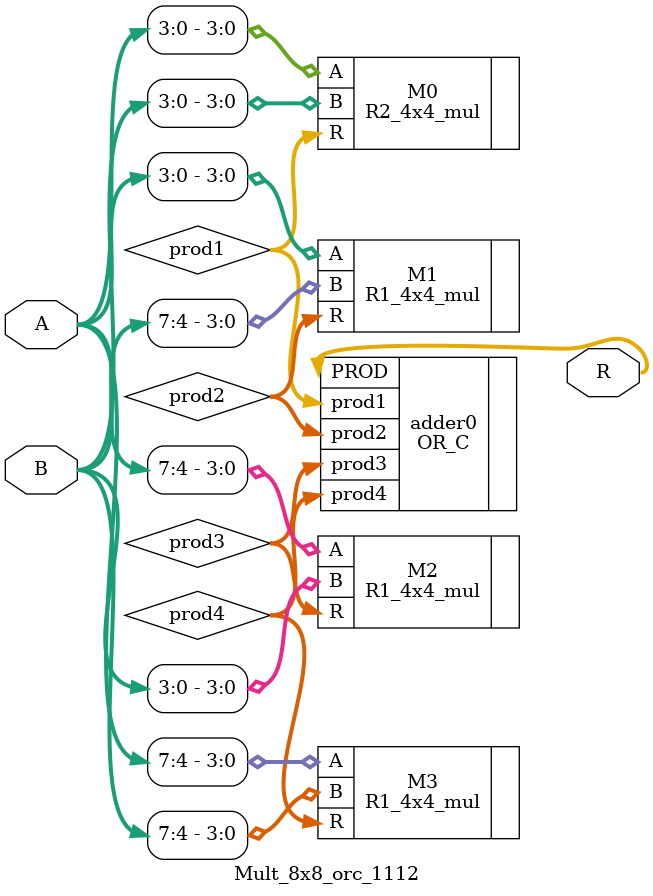
<source format=v>
module Mult_8x8_orc_1112(
input [7:0] A,
input [7:0] B,
output [15:0]R
);
wire [7:0]prod1;
wire [7:0]prod2;
wire [7:0]prod3;
wire [7:0]prod4;

R2_4x4_mul M0(.A(A[3:0]),.B(B[3:0]),.R(prod1));
R1_4x4_mul M1(.A(A[3:0]),.B(B[7:4]),.R(prod2));
R1_4x4_mul M2(.A(A[7:4]),.B(B[3:0]),.R(prod3));
R1_4x4_mul M3(.A(A[7:4]),.B(B[7:4]),.R(prod4));
OR_C adder0(.prod1(prod1),.prod2(prod2),.prod3(prod3),.prod4(prod4),.PROD(R));
endmodule

</source>
